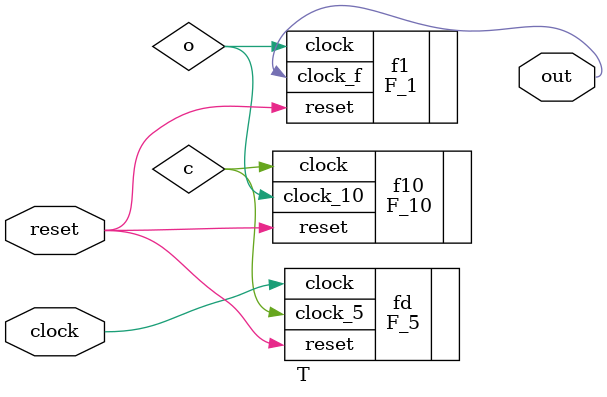
<source format=v>
module T(
clock,
reset,
out
);

input clock;
input reset;
output  out;


wire c;
wire o;

F_5 fd(
.clock(clock),
.reset(reset),
.clock_5(c)
);

F_10 f10(
.clock(c),
.reset(reset),
.clock_10(o)
);

F_1 f1(
.clock(o),
.reset(reset),
.clock_f(out)
);

endmodule

</source>
